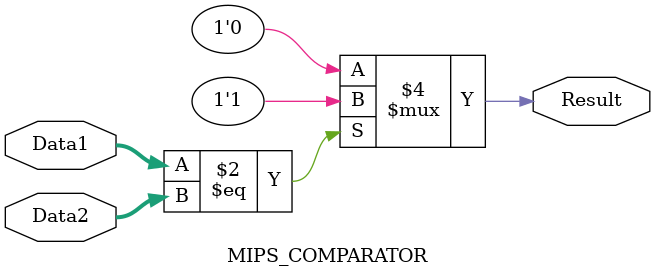
<source format=v>
`timescale 1ns / 1ps

// Revision: 
// Revision 0.01 - File Created
// Additional Comments: 
//
////////////////////////////////////// COMPARATOR ///////////////////////////////////////
module MIPS_COMPARATOR(
	input   [31:0] Data1, //Input-1
	input   [31:0] Data2,	//Input-2
	output	reg Result	//Result
);
	//Comparator used by BEQ instruction in ID Stage
	always @(Data1, Data2)
	begin
		if(Data1 == Data2) begin
			Result = 1'b1;
		end	
		else begin
			Result = 1'b0;
		end
	end

endmodule

</source>
